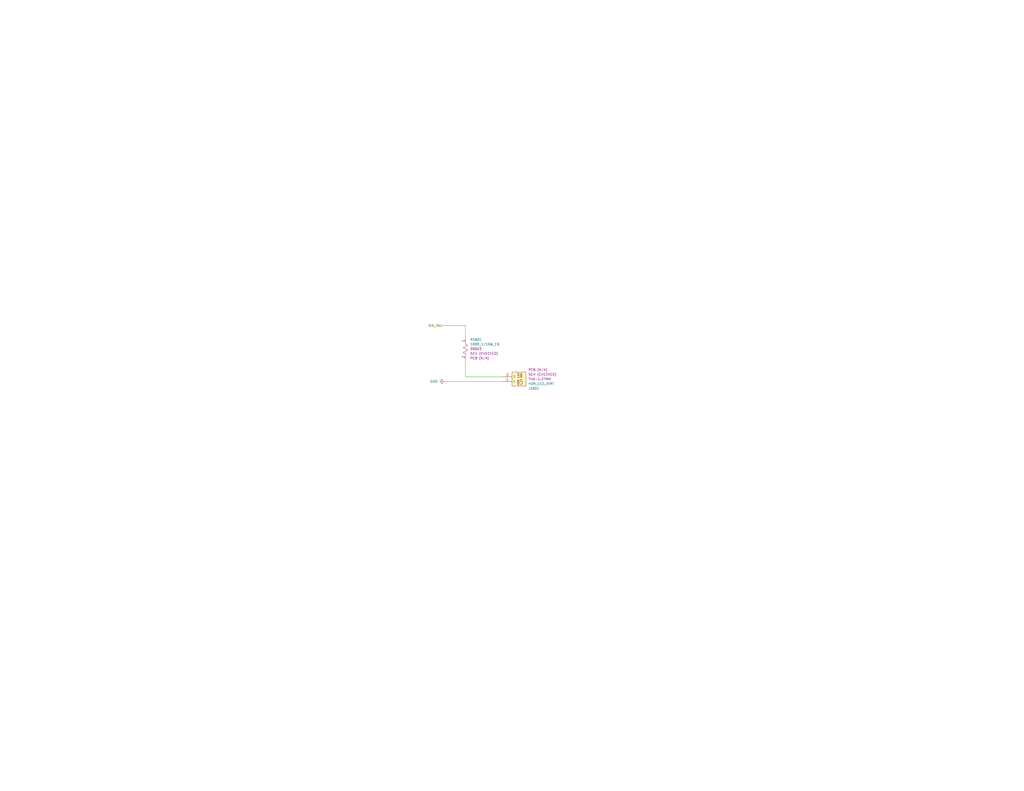
<source format=kicad_sch>
(kicad_sch (version 20231120) (generator "eeschema") (generator_version "8.0")
  (paper "C")
  (title_block (title "_HW_Quadcopter") (date "2024-03-27") (rev "01") (company "Mend0z0") (comment 1 "01") (comment 2 "RELEASED") (comment 3 "Siavash Taher Parvar") (comment 8 "N/A") (comment 9 "First Version"))
  (lib_symbols
    (symbol "_SCHLIB_Qcopter:CONN_HDR_1X2_VERT_THD-1.27MM"
      (property "Reference" "J" (at 3.556 4.064 0))
      (property "Value" "HDR_1X2_VERT" (at 3.81 6.604 0))
      (property "Package" "THD-1.27MM" (at 3.556 35.306 0))
      (property "SCH CHECK" "SCH (CHECKED)" (at 3.556 29.972 0))
      (property "PCB CHECK" "PCB (N/A)" (at 3.556 32.512 0))
      (symbol "CONN_HDR_1X2_VERT_THD-1.27MM_1_1"
        (rectangle (start 5.08 2.54) (end 12.7 -5.08) (fill (type background)))
        (text "HDR 1X2\n1.27 MM" (at 9.398 -1.27 900) (effects (font (size 1.016 1.016))))
        (pin passive line (at 0 0 0) (length 5.08) (name "1") (number "1"))
        (pin passive line (at 0 -2.54 0) (length 5.08) (name "2") (number "2"))
      )
    )
    (symbol "_SCHLIB_Qcopter:RES_100R_1/10W_1%_R0603"
      (property "Reference" "R" (at 3.556 4.064 0))
      (property "Value" "100R_1/10W_1%" (at 3.556 6.604 0))
      (property "Package" "R0603" (at 3.81 35.306 0))
      (property "SCH CHECK" "SCH (CHECKED)" (at 3.81 29.972 0))
      (property "PCB CHECK" "PCB (N/A)" (at 3.81 32.512 0))
      (symbol "RES_100R_1/10W_1%_R0603_0_0"
        (polyline (pts (xy 3.81 0) (xy 4.445 1.27) (xy 5.715 -1.27) (xy 6.985 1.27) (xy 8.255 -1.27) (xy 8.89 0)))
      )
      (symbol "RES_100R_1/10W_1%_R0603_1_1"
        (pin passive line (at 0 0 0) (length 3.81) (name "") (number "1"))
        (pin passive line (at 12.7 0 180) (length 3.81) (name "") (number "2"))
      )
    )
    (symbol "power:GND" (power) (pin_numbers hide) (pin_names (offset 0) hide)
      (property "Value" "GND" (at 0 -3.81 0))
      (symbol "GND_0_1"
        (polyline (pts (xy 0 0) (xy 0 -1.27) (xy 1.27 -1.27) (xy 0 -2.54) (xy -1.27 -1.27) (xy 0 -1.27)))
      )
      (symbol "GND_1_1"
        (pin power_in line (at 0 0 270) (length 0) (name "~") (number "1"))
      )
    )
  )
  (wire (pts (xy 254 177.8) (xy 254 184.15)))
  (wire (pts (xy 274.32 208.28) (xy 242.57 208.28)))
  (wire (pts (xy 254 196.85) (xy 254 205.74)))
  (wire (pts (xy 274.32 205.74) (xy 254 205.74)))
  (wire (pts (xy 241.3 177.8) (xy 254 177.8)))
  (hierarchical_label "SIG_IN" (shape input) (at 241.3 177.8 180))
  (symbol (lib_id "_SCHLIB_Qcopter:CONN_HDR_1X2_VERT_THD-1.27MM") (at 274.32 208.28 0) (mirror x) (unit 1)
    (property "Reference" "J1601" (at 288.29 212.0901 0) (effects (justify left)))
    (property "Value" "HDR_1X2_VERT" (at 288.29 209.5501 0) (effects (justify left)))
    (property "Footprint" "Connector_PinHeader_1.27mm:PinHeader_1x02_P1.27mm_Vertical" (effects (hide yes)))
    (property "Datasheet" "https://cdn.harwin.com/pdfs/M50-353.pdf" (effects (hide yes)))
    (property "Description" "Connector Header Through Hole 2 position 0.050\" (1.27mm)" (effects (hide yes)))
    (property "Package" "THD-1.27MM" (at 288.29 207.0101 0) (effects (justify left)))
    (property "Part Number (Manufacturer)" "M50-3530242" (effects (hide yes)))
    (property "Manufacturer" "Harwin Inc." (effects (hide yes)))
    (property "Part Number (Vendor)" "952-3598-ND" (effects (hide yes)))
    (property "Vendor" "Digikey" (effects (hide yes)))
    (property "Purchase Link" "https://www.digikey.ca/en/products/detail/harwin-inc/M50-3530242/7044013" (effects (hide yes)))
    (property "SCH CHECK" "SCH (CHECKED)" (at 288.29 204.4701 0) (effects (justify left)))
    (property "PCB CHECK" "PCB (N/A)" (at 288.29 201.9301 0) (effects (justify left)))
    (instances (project "_Sub_HW_Qcopter" (path "" (reference "J1601") (unit 1)) (path "" (reference "J1701") (unit 1)) (path "" (reference "J1801") (unit 1)) (path "" (reference "J1901") (unit 1))))
  )
  (symbol (lib_id "power:GND") (at 242.57 208.28 270) (unit 1)
    (property "Reference" "#PWR01601" (effects (hide yes)))
    (property "Value" "GND" (at 238.76 208.2799 90) (effects (justify right)))
    (property "Description" "Power symbol creates a global label with name \"GND\" , ground" (effects (hide yes)))
    (instances (project "_Sub_HW_Qcopter" (path "" (reference "#PWR01601") (unit 1)) (path "" (reference "#PWR01701") (unit 1)) (path "" (reference "#PWR01801") (unit 1)) (path "" (reference "#PWR01901") (unit 1))))
  )
  (symbol (lib_id "_SCHLIB_Qcopter:RES_100R_1/10W_1%_R0603") (at 254 184.15 270) (unit 1)
    (property "Reference" "R1601" (at 256.54 185.4199 90) (effects (justify left)))
    (property "Value" "100R_1/10W_1%" (at 256.54 187.9599 90) (effects (justify left)))
    (property "Footprint" "Resistor_SMD:R_0603_1608Metric" (effects (hide yes)))
    (property "Datasheet" "https://www.seielect.com/catalog/sei-rmcf_rmcp.pdf" (effects (hide yes)))
    (property "Description" "100 Ohms ±1% 0.1W, 1/10W Chip Resistor 0603 (1608 Metric) Automotive AEC-Q200 Thick Film" (effects (hide yes)))
    (property "Package" "R0603" (at 256.54 190.4999 90) (effects (justify left)))
    (property "Part Number (Manufacturer)" "RMCF0603FT100R" (effects (hide yes)))
    (property "Manufacturer" "Stackpole Electronics Inc" (effects (hide yes)))
    (property "Part Number (Vendor)" "RMCF0603FT100RTR-ND" (effects (hide yes)))
    (property "Vendor" "Digikey" (effects (hide yes)))
    (property "Purchase Link" "https://www.digikey.ca/en/products/detail/stackpole-electronics-inc/RMCF0603FT100R/1761113" (effects (hide yes)))
    (property "SCH CHECK" "SCH (CHECKED)" (at 256.54 193.0399 90) (effects (justify left)))
    (property "PCB CHECK" "PCB (N/A)" (at 256.54 195.5799 90) (effects (justify left)))
    (instances (project "_Sub_HW_Qcopter" (path "" (reference "R1601") (unit 1)) (path "" (reference "R1701") (unit 1)) (path "" (reference "R1801") (unit 1)) (path "" (reference "R1901") (unit 1))))
  )
)
</source>
